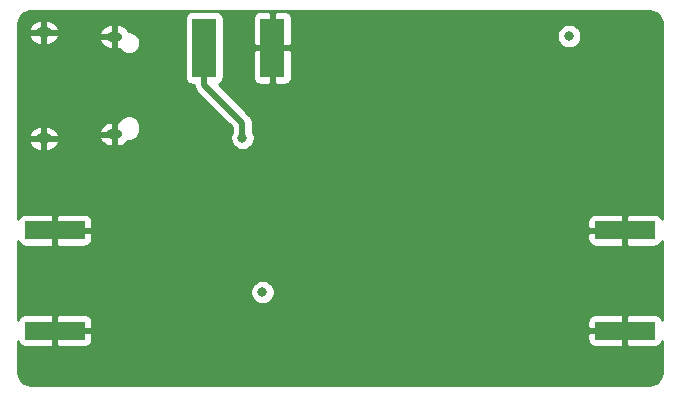
<source format=gbl>
%TF.GenerationSoftware,KiCad,Pcbnew,(5.1.7)-1*%
%TF.CreationDate,2021-09-09T12:13:45+02:00*%
%TF.ProjectId,SAW LNA Combo NOAA,53415720-4c4e-4412-9043-6f6d626f204e,rev?*%
%TF.SameCoordinates,Original*%
%TF.FileFunction,Copper,L4,Bot*%
%TF.FilePolarity,Positive*%
%FSLAX46Y46*%
G04 Gerber Fmt 4.6, Leading zero omitted, Abs format (unit mm)*
G04 Created by KiCad (PCBNEW (5.1.7)-1) date 2021-09-09 12:13:45*
%MOMM*%
%LPD*%
G01*
G04 APERTURE LIST*
%TA.AperFunction,SMDPad,CuDef*%
%ADD10R,2.000000X5.000000*%
%TD*%
%TA.AperFunction,SMDPad,CuDef*%
%ADD11R,5.080000X1.500000*%
%TD*%
%TA.AperFunction,ComponentPad*%
%ADD12O,1.400000X0.800000*%
%TD*%
%TA.AperFunction,ViaPad*%
%ADD13C,0.800000*%
%TD*%
%TA.AperFunction,ViaPad*%
%ADD14C,0.600000*%
%TD*%
%TA.AperFunction,Conductor*%
%ADD15C,0.500000*%
%TD*%
%TA.AperFunction,Conductor*%
%ADD16C,0.254000*%
%TD*%
%TA.AperFunction,Conductor*%
%ADD17C,0.100000*%
%TD*%
G04 APERTURE END LIST*
D10*
%TO.P,GND,1*%
%TO.N,GND*%
X137795000Y-82550000D03*
%TD*%
%TO.P,Vcc,1*%
%TO.N,Net-(C2-Pad2)*%
X132029200Y-82550000D03*
%TD*%
D11*
%TO.P,J1,2*%
%TO.N,GND*%
X119380000Y-97985000D03*
X119380000Y-106485000D03*
%TD*%
%TO.P,J2,2*%
%TO.N,GND*%
X167640000Y-106485000D03*
X167640000Y-97985000D03*
%TD*%
D12*
%TO.P,P1,S1*%
%TO.N,GND*%
X118445000Y-81235000D03*
X118445000Y-90215000D03*
X124395000Y-89855000D03*
X124395000Y-81595000D03*
%TD*%
D13*
%TO.N,Net-(C2-Pad2)*%
X135255000Y-90170000D03*
%TO.N,GND*%
X157454600Y-100584000D03*
X139700000Y-97282000D03*
X139700000Y-98298000D03*
X151638000Y-100965000D03*
D14*
X162351081Y-94048146D03*
X163359218Y-93114258D03*
X164314986Y-92126738D03*
X165078068Y-90986865D03*
X165568806Y-89705836D03*
X165761030Y-88347625D03*
X165765000Y-86972919D03*
X165765000Y-85598166D03*
X165703477Y-84226277D03*
X165358383Y-82898625D03*
X164728740Y-81679837D03*
X162789318Y-83508656D03*
X163148727Y-84758933D03*
X163165000Y-86066980D03*
X163165000Y-87375511D03*
X163127089Y-88682255D03*
X162703205Y-89912215D03*
X161876661Y-90919859D03*
X160939142Y-91832430D03*
D13*
X126492000Y-97282000D03*
X126492000Y-94742000D03*
X126492000Y-102362000D03*
X126492000Y-104902000D03*
X129032000Y-93218000D03*
X132207000Y-93218000D03*
X135382000Y-93218000D03*
X138557000Y-93218000D03*
X141732000Y-93218000D03*
X144907000Y-93218000D03*
X148082000Y-93218000D03*
X151257000Y-93218000D03*
X154432000Y-93218000D03*
X157607000Y-93218000D03*
X128397000Y-107061000D03*
X131572000Y-107061000D03*
X134747000Y-107061000D03*
X137922000Y-107061000D03*
X141097000Y-107061000D03*
X144272000Y-107061000D03*
X147447000Y-107061000D03*
X150622000Y-107061000D03*
X153797000Y-107061000D03*
X156972000Y-107061000D03*
X160401000Y-96901000D03*
X160401000Y-100076000D03*
X160401000Y-107061000D03*
X160401000Y-104648000D03*
X162560000Y-99060000D03*
X162560000Y-105410000D03*
X124460000Y-97155000D03*
X124460000Y-104140000D03*
X129540000Y-101244400D03*
X163830000Y-99060000D03*
X163830000Y-105410000D03*
X123190000Y-104775000D03*
X123190000Y-97790000D03*
%TO.N,+5V*%
X162925140Y-81549860D03*
X136944100Y-103225600D03*
%TD*%
D15*
%TO.N,Net-(C2-Pad2)*%
X135255000Y-90170000D02*
X135255000Y-88900000D01*
X132029200Y-85674200D02*
X132029200Y-82550000D01*
X135255000Y-88900000D02*
X132029200Y-85674200D01*
%TD*%
D16*
%TO.N,GND*%
X169786204Y-79426815D02*
X170018226Y-79496867D01*
X170232222Y-79610650D01*
X170420041Y-79763832D01*
X170574530Y-79950577D01*
X170689801Y-80163769D01*
X170761472Y-80395300D01*
X170790001Y-80666734D01*
X170790000Y-90772581D01*
X170790000Y-97058393D01*
X170769502Y-96990820D01*
X170710537Y-96880506D01*
X170631185Y-96783815D01*
X170534494Y-96704463D01*
X170424180Y-96645498D01*
X170304482Y-96609188D01*
X170180000Y-96596928D01*
X167925750Y-96600000D01*
X167767000Y-96758750D01*
X167767000Y-97858000D01*
X167787000Y-97858000D01*
X167787000Y-98112000D01*
X167767000Y-98112000D01*
X167767000Y-99211250D01*
X167925750Y-99370000D01*
X170180000Y-99373072D01*
X170304482Y-99360812D01*
X170424180Y-99324502D01*
X170534494Y-99265537D01*
X170631185Y-99186185D01*
X170710537Y-99089494D01*
X170769502Y-98979180D01*
X170790000Y-98911607D01*
X170790001Y-105558395D01*
X170769502Y-105490820D01*
X170710537Y-105380506D01*
X170631185Y-105283815D01*
X170534494Y-105204463D01*
X170424180Y-105145498D01*
X170304482Y-105109188D01*
X170180000Y-105096928D01*
X167925750Y-105100000D01*
X167767000Y-105258750D01*
X167767000Y-106358000D01*
X167787000Y-106358000D01*
X167787000Y-106612000D01*
X167767000Y-106612000D01*
X167767000Y-107711250D01*
X167925750Y-107870000D01*
X170180000Y-107873072D01*
X170304482Y-107860812D01*
X170424180Y-107824502D01*
X170534494Y-107765537D01*
X170631185Y-107686185D01*
X170710537Y-107589494D01*
X170769502Y-107479180D01*
X170790001Y-107411604D01*
X170790001Y-109822712D01*
X170763185Y-110096205D01*
X170693133Y-110328226D01*
X170579350Y-110542222D01*
X170426169Y-110730039D01*
X170239424Y-110884529D01*
X170026231Y-110999802D01*
X169794701Y-111071472D01*
X169523276Y-111100000D01*
X117507277Y-111100000D01*
X117233795Y-111073185D01*
X117001774Y-111003133D01*
X116787778Y-110889350D01*
X116599961Y-110736169D01*
X116445471Y-110549424D01*
X116330198Y-110336231D01*
X116258528Y-110104701D01*
X116230000Y-109833276D01*
X116230000Y-107411607D01*
X116250498Y-107479180D01*
X116309463Y-107589494D01*
X116388815Y-107686185D01*
X116485506Y-107765537D01*
X116595820Y-107824502D01*
X116715518Y-107860812D01*
X116840000Y-107873072D01*
X119094250Y-107870000D01*
X119253000Y-107711250D01*
X119253000Y-106612000D01*
X119507000Y-106612000D01*
X119507000Y-107711250D01*
X119665750Y-107870000D01*
X121920000Y-107873072D01*
X122044482Y-107860812D01*
X122164180Y-107824502D01*
X122274494Y-107765537D01*
X122371185Y-107686185D01*
X122450537Y-107589494D01*
X122509502Y-107479180D01*
X122545812Y-107359482D01*
X122558072Y-107235000D01*
X164461928Y-107235000D01*
X164474188Y-107359482D01*
X164510498Y-107479180D01*
X164569463Y-107589494D01*
X164648815Y-107686185D01*
X164745506Y-107765537D01*
X164855820Y-107824502D01*
X164975518Y-107860812D01*
X165100000Y-107873072D01*
X167354250Y-107870000D01*
X167513000Y-107711250D01*
X167513000Y-106612000D01*
X164623750Y-106612000D01*
X164465000Y-106770750D01*
X164461928Y-107235000D01*
X122558072Y-107235000D01*
X122555000Y-106770750D01*
X122396250Y-106612000D01*
X119507000Y-106612000D01*
X119253000Y-106612000D01*
X119233000Y-106612000D01*
X119233000Y-106358000D01*
X119253000Y-106358000D01*
X119253000Y-105258750D01*
X119507000Y-105258750D01*
X119507000Y-106358000D01*
X122396250Y-106358000D01*
X122555000Y-106199250D01*
X122558072Y-105735000D01*
X164461928Y-105735000D01*
X164465000Y-106199250D01*
X164623750Y-106358000D01*
X167513000Y-106358000D01*
X167513000Y-105258750D01*
X167354250Y-105100000D01*
X165100000Y-105096928D01*
X164975518Y-105109188D01*
X164855820Y-105145498D01*
X164745506Y-105204463D01*
X164648815Y-105283815D01*
X164569463Y-105380506D01*
X164510498Y-105490820D01*
X164474188Y-105610518D01*
X164461928Y-105735000D01*
X122558072Y-105735000D01*
X122545812Y-105610518D01*
X122509502Y-105490820D01*
X122450537Y-105380506D01*
X122371185Y-105283815D01*
X122274494Y-105204463D01*
X122164180Y-105145498D01*
X122044482Y-105109188D01*
X121920000Y-105096928D01*
X119665750Y-105100000D01*
X119507000Y-105258750D01*
X119253000Y-105258750D01*
X119094250Y-105100000D01*
X116840000Y-105096928D01*
X116715518Y-105109188D01*
X116595820Y-105145498D01*
X116485506Y-105204463D01*
X116388815Y-105283815D01*
X116309463Y-105380506D01*
X116250498Y-105490820D01*
X116230000Y-105558393D01*
X116230000Y-103123661D01*
X135909100Y-103123661D01*
X135909100Y-103327539D01*
X135948874Y-103527498D01*
X136026895Y-103715856D01*
X136140163Y-103885374D01*
X136284326Y-104029537D01*
X136453844Y-104142805D01*
X136642202Y-104220826D01*
X136842161Y-104260600D01*
X137046039Y-104260600D01*
X137245998Y-104220826D01*
X137434356Y-104142805D01*
X137603874Y-104029537D01*
X137748037Y-103885374D01*
X137861305Y-103715856D01*
X137939326Y-103527498D01*
X137979100Y-103327539D01*
X137979100Y-103123661D01*
X137939326Y-102923702D01*
X137861305Y-102735344D01*
X137748037Y-102565826D01*
X137603874Y-102421663D01*
X137434356Y-102308395D01*
X137245998Y-102230374D01*
X137046039Y-102190600D01*
X136842161Y-102190600D01*
X136642202Y-102230374D01*
X136453844Y-102308395D01*
X136284326Y-102421663D01*
X136140163Y-102565826D01*
X136026895Y-102735344D01*
X135948874Y-102923702D01*
X135909100Y-103123661D01*
X116230000Y-103123661D01*
X116230000Y-98911607D01*
X116250498Y-98979180D01*
X116309463Y-99089494D01*
X116388815Y-99186185D01*
X116485506Y-99265537D01*
X116595820Y-99324502D01*
X116715518Y-99360812D01*
X116840000Y-99373072D01*
X119094250Y-99370000D01*
X119253000Y-99211250D01*
X119253000Y-98112000D01*
X119507000Y-98112000D01*
X119507000Y-99211250D01*
X119665750Y-99370000D01*
X121920000Y-99373072D01*
X122044482Y-99360812D01*
X122164180Y-99324502D01*
X122274494Y-99265537D01*
X122371185Y-99186185D01*
X122450537Y-99089494D01*
X122509502Y-98979180D01*
X122545812Y-98859482D01*
X122558072Y-98735000D01*
X164461928Y-98735000D01*
X164474188Y-98859482D01*
X164510498Y-98979180D01*
X164569463Y-99089494D01*
X164648815Y-99186185D01*
X164745506Y-99265537D01*
X164855820Y-99324502D01*
X164975518Y-99360812D01*
X165100000Y-99373072D01*
X167354250Y-99370000D01*
X167513000Y-99211250D01*
X167513000Y-98112000D01*
X164623750Y-98112000D01*
X164465000Y-98270750D01*
X164461928Y-98735000D01*
X122558072Y-98735000D01*
X122555000Y-98270750D01*
X122396250Y-98112000D01*
X119507000Y-98112000D01*
X119253000Y-98112000D01*
X119233000Y-98112000D01*
X119233000Y-97858000D01*
X119253000Y-97858000D01*
X119253000Y-96758750D01*
X119507000Y-96758750D01*
X119507000Y-97858000D01*
X122396250Y-97858000D01*
X122555000Y-97699250D01*
X122558072Y-97235000D01*
X164461928Y-97235000D01*
X164465000Y-97699250D01*
X164623750Y-97858000D01*
X167513000Y-97858000D01*
X167513000Y-96758750D01*
X167354250Y-96600000D01*
X165100000Y-96596928D01*
X164975518Y-96609188D01*
X164855820Y-96645498D01*
X164745506Y-96704463D01*
X164648815Y-96783815D01*
X164569463Y-96880506D01*
X164510498Y-96990820D01*
X164474188Y-97110518D01*
X164461928Y-97235000D01*
X122558072Y-97235000D01*
X122545812Y-97110518D01*
X122509502Y-96990820D01*
X122450537Y-96880506D01*
X122371185Y-96783815D01*
X122274494Y-96704463D01*
X122164180Y-96645498D01*
X122044482Y-96609188D01*
X121920000Y-96596928D01*
X119665750Y-96600000D01*
X119507000Y-96758750D01*
X119253000Y-96758750D01*
X119094250Y-96600000D01*
X116840000Y-96596928D01*
X116715518Y-96609188D01*
X116595820Y-96645498D01*
X116485506Y-96704463D01*
X116388815Y-96783815D01*
X116309463Y-96880506D01*
X116250498Y-96990820D01*
X116230000Y-97058393D01*
X116230000Y-90501123D01*
X117150334Y-90501123D01*
X117213872Y-90684418D01*
X117323342Y-90857052D01*
X117464388Y-91005013D01*
X117631590Y-91122614D01*
X117818522Y-91205336D01*
X118018000Y-91250000D01*
X118318000Y-91250000D01*
X118318000Y-90342000D01*
X118572000Y-90342000D01*
X118572000Y-91250000D01*
X118872000Y-91250000D01*
X119071478Y-91205336D01*
X119258410Y-91122614D01*
X119425612Y-91005013D01*
X119566658Y-90857052D01*
X119676128Y-90684418D01*
X119739666Y-90501123D01*
X119611998Y-90342000D01*
X118572000Y-90342000D01*
X118318000Y-90342000D01*
X117278002Y-90342000D01*
X117150334Y-90501123D01*
X116230000Y-90501123D01*
X116230000Y-90141123D01*
X123100334Y-90141123D01*
X123163872Y-90324418D01*
X123273342Y-90497052D01*
X123414388Y-90645013D01*
X123581590Y-90762614D01*
X123768522Y-90845336D01*
X123968000Y-90890000D01*
X124268000Y-90890000D01*
X124268000Y-89982000D01*
X123228002Y-89982000D01*
X123100334Y-90141123D01*
X116230000Y-90141123D01*
X116230000Y-89928877D01*
X117150334Y-89928877D01*
X117278002Y-90088000D01*
X118318000Y-90088000D01*
X118318000Y-89180000D01*
X118572000Y-89180000D01*
X118572000Y-90088000D01*
X119611998Y-90088000D01*
X119739666Y-89928877D01*
X119676128Y-89745582D01*
X119566658Y-89572948D01*
X119562778Y-89568877D01*
X123100334Y-89568877D01*
X123228002Y-89728000D01*
X124268000Y-89728000D01*
X124268000Y-88820000D01*
X124522000Y-88820000D01*
X124522000Y-89728000D01*
X124542000Y-89728000D01*
X124542000Y-89982000D01*
X124522000Y-89982000D01*
X124522000Y-90890000D01*
X124822000Y-90890000D01*
X125021478Y-90845336D01*
X125208410Y-90762614D01*
X125375612Y-90645013D01*
X125516658Y-90497052D01*
X125558465Y-90431122D01*
X125645000Y-90439645D01*
X125833192Y-90421110D01*
X126014153Y-90366216D01*
X126180928Y-90277073D01*
X126327107Y-90157107D01*
X126447073Y-90010928D01*
X126536216Y-89844154D01*
X126591110Y-89663193D01*
X126605000Y-89522162D01*
X126605000Y-89127839D01*
X126591110Y-88986808D01*
X126536216Y-88805846D01*
X126447073Y-88639072D01*
X126327107Y-88492893D01*
X126180928Y-88372927D01*
X126014154Y-88283784D01*
X125833193Y-88228890D01*
X125645000Y-88210355D01*
X125456808Y-88228890D01*
X125275847Y-88283784D01*
X125109073Y-88372927D01*
X124962894Y-88492893D01*
X124842927Y-88639072D01*
X124753784Y-88805846D01*
X124749490Y-88820000D01*
X124522000Y-88820000D01*
X124268000Y-88820000D01*
X123968000Y-88820000D01*
X123768522Y-88864664D01*
X123581590Y-88947386D01*
X123414388Y-89064987D01*
X123273342Y-89212948D01*
X123163872Y-89385582D01*
X123100334Y-89568877D01*
X119562778Y-89568877D01*
X119425612Y-89424987D01*
X119258410Y-89307386D01*
X119071478Y-89224664D01*
X118872000Y-89180000D01*
X118572000Y-89180000D01*
X118318000Y-89180000D01*
X118018000Y-89180000D01*
X117818522Y-89224664D01*
X117631590Y-89307386D01*
X117464388Y-89424987D01*
X117323342Y-89572948D01*
X117213872Y-89745582D01*
X117150334Y-89928877D01*
X116230000Y-89928877D01*
X116230000Y-81521123D01*
X117150334Y-81521123D01*
X117213872Y-81704418D01*
X117323342Y-81877052D01*
X117464388Y-82025013D01*
X117631590Y-82142614D01*
X117818522Y-82225336D01*
X118018000Y-82270000D01*
X118318000Y-82270000D01*
X118318000Y-81362000D01*
X118572000Y-81362000D01*
X118572000Y-82270000D01*
X118872000Y-82270000D01*
X119071478Y-82225336D01*
X119258410Y-82142614D01*
X119425612Y-82025013D01*
X119562777Y-81881123D01*
X123100334Y-81881123D01*
X123163872Y-82064418D01*
X123273342Y-82237052D01*
X123414388Y-82385013D01*
X123581590Y-82502614D01*
X123768522Y-82585336D01*
X123968000Y-82630000D01*
X124268000Y-82630000D01*
X124268000Y-81722000D01*
X123228002Y-81722000D01*
X123100334Y-81881123D01*
X119562777Y-81881123D01*
X119566658Y-81877052D01*
X119676128Y-81704418D01*
X119739666Y-81521123D01*
X119611998Y-81362000D01*
X118572000Y-81362000D01*
X118318000Y-81362000D01*
X117278002Y-81362000D01*
X117150334Y-81521123D01*
X116230000Y-81521123D01*
X116230000Y-81308877D01*
X123100334Y-81308877D01*
X123228002Y-81468000D01*
X124268000Y-81468000D01*
X124268000Y-80560000D01*
X124522000Y-80560000D01*
X124522000Y-81468000D01*
X124542000Y-81468000D01*
X124542000Y-81722000D01*
X124522000Y-81722000D01*
X124522000Y-82630000D01*
X124822000Y-82630000D01*
X124827087Y-82628861D01*
X124899319Y-82736964D01*
X125033036Y-82870681D01*
X125190269Y-82975741D01*
X125364978Y-83048108D01*
X125550448Y-83085000D01*
X125739552Y-83085000D01*
X125925022Y-83048108D01*
X126099731Y-82975741D01*
X126256964Y-82870681D01*
X126390681Y-82736964D01*
X126495741Y-82579731D01*
X126568108Y-82405022D01*
X126605000Y-82219552D01*
X126605000Y-82030448D01*
X126568108Y-81844978D01*
X126495741Y-81670269D01*
X126390681Y-81513036D01*
X126256964Y-81379319D01*
X126099731Y-81274259D01*
X125925022Y-81201892D01*
X125739552Y-81165000D01*
X125639792Y-81165000D01*
X125626128Y-81125582D01*
X125516658Y-80952948D01*
X125375612Y-80804987D01*
X125208410Y-80687386D01*
X125021478Y-80604664D01*
X124822000Y-80560000D01*
X124522000Y-80560000D01*
X124268000Y-80560000D01*
X123968000Y-80560000D01*
X123768522Y-80604664D01*
X123581590Y-80687386D01*
X123414388Y-80804987D01*
X123273342Y-80952948D01*
X123163872Y-81125582D01*
X123100334Y-81308877D01*
X116230000Y-81308877D01*
X116230000Y-80948877D01*
X117150334Y-80948877D01*
X117278002Y-81108000D01*
X118318000Y-81108000D01*
X118318000Y-80200000D01*
X118572000Y-80200000D01*
X118572000Y-81108000D01*
X119611998Y-81108000D01*
X119739666Y-80948877D01*
X119676128Y-80765582D01*
X119566658Y-80592948D01*
X119425612Y-80444987D01*
X119258410Y-80327386D01*
X119071478Y-80244664D01*
X118872000Y-80200000D01*
X118572000Y-80200000D01*
X118318000Y-80200000D01*
X118018000Y-80200000D01*
X117818522Y-80244664D01*
X117631590Y-80327386D01*
X117464388Y-80444987D01*
X117323342Y-80592948D01*
X117213872Y-80765582D01*
X117150334Y-80948877D01*
X116230000Y-80948877D01*
X116230000Y-80677277D01*
X116256815Y-80403796D01*
X116326867Y-80171774D01*
X116391614Y-80050000D01*
X130391128Y-80050000D01*
X130391128Y-85050000D01*
X130403388Y-85174482D01*
X130439698Y-85294180D01*
X130498663Y-85404494D01*
X130578015Y-85501185D01*
X130674706Y-85580537D01*
X130785020Y-85639502D01*
X130904718Y-85675812D01*
X131029200Y-85688072D01*
X131141285Y-85688072D01*
X131144200Y-85717669D01*
X131144200Y-85717676D01*
X131157005Y-85847689D01*
X131207611Y-86014512D01*
X131289789Y-86168258D01*
X131400383Y-86303017D01*
X131434156Y-86330734D01*
X134370001Y-89266580D01*
X134370000Y-89631545D01*
X134337795Y-89679744D01*
X134259774Y-89868102D01*
X134220000Y-90068061D01*
X134220000Y-90271939D01*
X134259774Y-90471898D01*
X134337795Y-90660256D01*
X134451063Y-90829774D01*
X134595226Y-90973937D01*
X134764744Y-91087205D01*
X134953102Y-91165226D01*
X135153061Y-91205000D01*
X135356939Y-91205000D01*
X135556898Y-91165226D01*
X135745256Y-91087205D01*
X135914774Y-90973937D01*
X136058937Y-90829774D01*
X136172205Y-90660256D01*
X136250226Y-90471898D01*
X136290000Y-90271939D01*
X136290000Y-90068061D01*
X136250226Y-89868102D01*
X136172205Y-89679744D01*
X136140000Y-89631546D01*
X136140000Y-88943465D01*
X136144281Y-88899999D01*
X136140000Y-88856533D01*
X136140000Y-88856523D01*
X136127195Y-88726510D01*
X136076589Y-88559687D01*
X135994411Y-88405941D01*
X135883817Y-88271183D01*
X135850049Y-88243470D01*
X133252434Y-85645856D01*
X133273380Y-85639502D01*
X133383694Y-85580537D01*
X133480385Y-85501185D01*
X133559737Y-85404494D01*
X133618702Y-85294180D01*
X133655012Y-85174482D01*
X133667272Y-85050000D01*
X136156928Y-85050000D01*
X136169188Y-85174482D01*
X136205498Y-85294180D01*
X136264463Y-85404494D01*
X136343815Y-85501185D01*
X136440506Y-85580537D01*
X136550820Y-85639502D01*
X136670518Y-85675812D01*
X136795000Y-85688072D01*
X137509250Y-85685000D01*
X137668000Y-85526250D01*
X137668000Y-82677000D01*
X137922000Y-82677000D01*
X137922000Y-85526250D01*
X138080750Y-85685000D01*
X138795000Y-85688072D01*
X138919482Y-85675812D01*
X139039180Y-85639502D01*
X139149494Y-85580537D01*
X139246185Y-85501185D01*
X139325537Y-85404494D01*
X139384502Y-85294180D01*
X139420812Y-85174482D01*
X139433072Y-85050000D01*
X139430000Y-82835750D01*
X139271250Y-82677000D01*
X137922000Y-82677000D01*
X137668000Y-82677000D01*
X136318750Y-82677000D01*
X136160000Y-82835750D01*
X136156928Y-85050000D01*
X133667272Y-85050000D01*
X133667272Y-80050000D01*
X136156928Y-80050000D01*
X136160000Y-82264250D01*
X136318750Y-82423000D01*
X137668000Y-82423000D01*
X137668000Y-79573750D01*
X137922000Y-79573750D01*
X137922000Y-82423000D01*
X139271250Y-82423000D01*
X139430000Y-82264250D01*
X139431132Y-81447921D01*
X161890140Y-81447921D01*
X161890140Y-81651799D01*
X161929914Y-81851758D01*
X162007935Y-82040116D01*
X162121203Y-82209634D01*
X162265366Y-82353797D01*
X162434884Y-82467065D01*
X162623242Y-82545086D01*
X162823201Y-82584860D01*
X163027079Y-82584860D01*
X163227038Y-82545086D01*
X163415396Y-82467065D01*
X163584914Y-82353797D01*
X163729077Y-82209634D01*
X163842345Y-82040116D01*
X163920366Y-81851758D01*
X163960140Y-81651799D01*
X163960140Y-81447921D01*
X163920366Y-81247962D01*
X163842345Y-81059604D01*
X163729077Y-80890086D01*
X163584914Y-80745923D01*
X163415396Y-80632655D01*
X163227038Y-80554634D01*
X163027079Y-80514860D01*
X162823201Y-80514860D01*
X162623242Y-80554634D01*
X162434884Y-80632655D01*
X162265366Y-80745923D01*
X162121203Y-80890086D01*
X162007935Y-81059604D01*
X161929914Y-81247962D01*
X161890140Y-81447921D01*
X139431132Y-81447921D01*
X139433072Y-80050000D01*
X139420812Y-79925518D01*
X139384502Y-79805820D01*
X139325537Y-79695506D01*
X139246185Y-79598815D01*
X139149494Y-79519463D01*
X139039180Y-79460498D01*
X138919482Y-79424188D01*
X138795000Y-79411928D01*
X138080750Y-79415000D01*
X137922000Y-79573750D01*
X137668000Y-79573750D01*
X137509250Y-79415000D01*
X136795000Y-79411928D01*
X136670518Y-79424188D01*
X136550820Y-79460498D01*
X136440506Y-79519463D01*
X136343815Y-79598815D01*
X136264463Y-79695506D01*
X136205498Y-79805820D01*
X136169188Y-79925518D01*
X136156928Y-80050000D01*
X133667272Y-80050000D01*
X133655012Y-79925518D01*
X133618702Y-79805820D01*
X133559737Y-79695506D01*
X133480385Y-79598815D01*
X133383694Y-79519463D01*
X133273380Y-79460498D01*
X133153682Y-79424188D01*
X133029200Y-79411928D01*
X131029200Y-79411928D01*
X130904718Y-79424188D01*
X130785020Y-79460498D01*
X130674706Y-79519463D01*
X130578015Y-79598815D01*
X130498663Y-79695506D01*
X130439698Y-79805820D01*
X130403388Y-79925518D01*
X130391128Y-80050000D01*
X116391614Y-80050000D01*
X116440650Y-79957778D01*
X116593832Y-79769959D01*
X116780577Y-79615470D01*
X116993769Y-79500199D01*
X117225300Y-79428528D01*
X117496725Y-79400000D01*
X169512723Y-79400000D01*
X169786204Y-79426815D01*
%TA.AperFunction,Conductor*%
D17*
G36*
X169786204Y-79426815D02*
G01*
X170018226Y-79496867D01*
X170232222Y-79610650D01*
X170420041Y-79763832D01*
X170574530Y-79950577D01*
X170689801Y-80163769D01*
X170761472Y-80395300D01*
X170790001Y-80666734D01*
X170790000Y-90772581D01*
X170790000Y-97058393D01*
X170769502Y-96990820D01*
X170710537Y-96880506D01*
X170631185Y-96783815D01*
X170534494Y-96704463D01*
X170424180Y-96645498D01*
X170304482Y-96609188D01*
X170180000Y-96596928D01*
X167925750Y-96600000D01*
X167767000Y-96758750D01*
X167767000Y-97858000D01*
X167787000Y-97858000D01*
X167787000Y-98112000D01*
X167767000Y-98112000D01*
X167767000Y-99211250D01*
X167925750Y-99370000D01*
X170180000Y-99373072D01*
X170304482Y-99360812D01*
X170424180Y-99324502D01*
X170534494Y-99265537D01*
X170631185Y-99186185D01*
X170710537Y-99089494D01*
X170769502Y-98979180D01*
X170790000Y-98911607D01*
X170790001Y-105558395D01*
X170769502Y-105490820D01*
X170710537Y-105380506D01*
X170631185Y-105283815D01*
X170534494Y-105204463D01*
X170424180Y-105145498D01*
X170304482Y-105109188D01*
X170180000Y-105096928D01*
X167925750Y-105100000D01*
X167767000Y-105258750D01*
X167767000Y-106358000D01*
X167787000Y-106358000D01*
X167787000Y-106612000D01*
X167767000Y-106612000D01*
X167767000Y-107711250D01*
X167925750Y-107870000D01*
X170180000Y-107873072D01*
X170304482Y-107860812D01*
X170424180Y-107824502D01*
X170534494Y-107765537D01*
X170631185Y-107686185D01*
X170710537Y-107589494D01*
X170769502Y-107479180D01*
X170790001Y-107411604D01*
X170790001Y-109822712D01*
X170763185Y-110096205D01*
X170693133Y-110328226D01*
X170579350Y-110542222D01*
X170426169Y-110730039D01*
X170239424Y-110884529D01*
X170026231Y-110999802D01*
X169794701Y-111071472D01*
X169523276Y-111100000D01*
X117507277Y-111100000D01*
X117233795Y-111073185D01*
X117001774Y-111003133D01*
X116787778Y-110889350D01*
X116599961Y-110736169D01*
X116445471Y-110549424D01*
X116330198Y-110336231D01*
X116258528Y-110104701D01*
X116230000Y-109833276D01*
X116230000Y-107411607D01*
X116250498Y-107479180D01*
X116309463Y-107589494D01*
X116388815Y-107686185D01*
X116485506Y-107765537D01*
X116595820Y-107824502D01*
X116715518Y-107860812D01*
X116840000Y-107873072D01*
X119094250Y-107870000D01*
X119253000Y-107711250D01*
X119253000Y-106612000D01*
X119507000Y-106612000D01*
X119507000Y-107711250D01*
X119665750Y-107870000D01*
X121920000Y-107873072D01*
X122044482Y-107860812D01*
X122164180Y-107824502D01*
X122274494Y-107765537D01*
X122371185Y-107686185D01*
X122450537Y-107589494D01*
X122509502Y-107479180D01*
X122545812Y-107359482D01*
X122558072Y-107235000D01*
X164461928Y-107235000D01*
X164474188Y-107359482D01*
X164510498Y-107479180D01*
X164569463Y-107589494D01*
X164648815Y-107686185D01*
X164745506Y-107765537D01*
X164855820Y-107824502D01*
X164975518Y-107860812D01*
X165100000Y-107873072D01*
X167354250Y-107870000D01*
X167513000Y-107711250D01*
X167513000Y-106612000D01*
X164623750Y-106612000D01*
X164465000Y-106770750D01*
X164461928Y-107235000D01*
X122558072Y-107235000D01*
X122555000Y-106770750D01*
X122396250Y-106612000D01*
X119507000Y-106612000D01*
X119253000Y-106612000D01*
X119233000Y-106612000D01*
X119233000Y-106358000D01*
X119253000Y-106358000D01*
X119253000Y-105258750D01*
X119507000Y-105258750D01*
X119507000Y-106358000D01*
X122396250Y-106358000D01*
X122555000Y-106199250D01*
X122558072Y-105735000D01*
X164461928Y-105735000D01*
X164465000Y-106199250D01*
X164623750Y-106358000D01*
X167513000Y-106358000D01*
X167513000Y-105258750D01*
X167354250Y-105100000D01*
X165100000Y-105096928D01*
X164975518Y-105109188D01*
X164855820Y-105145498D01*
X164745506Y-105204463D01*
X164648815Y-105283815D01*
X164569463Y-105380506D01*
X164510498Y-105490820D01*
X164474188Y-105610518D01*
X164461928Y-105735000D01*
X122558072Y-105735000D01*
X122545812Y-105610518D01*
X122509502Y-105490820D01*
X122450537Y-105380506D01*
X122371185Y-105283815D01*
X122274494Y-105204463D01*
X122164180Y-105145498D01*
X122044482Y-105109188D01*
X121920000Y-105096928D01*
X119665750Y-105100000D01*
X119507000Y-105258750D01*
X119253000Y-105258750D01*
X119094250Y-105100000D01*
X116840000Y-105096928D01*
X116715518Y-105109188D01*
X116595820Y-105145498D01*
X116485506Y-105204463D01*
X116388815Y-105283815D01*
X116309463Y-105380506D01*
X116250498Y-105490820D01*
X116230000Y-105558393D01*
X116230000Y-103123661D01*
X135909100Y-103123661D01*
X135909100Y-103327539D01*
X135948874Y-103527498D01*
X136026895Y-103715856D01*
X136140163Y-103885374D01*
X136284326Y-104029537D01*
X136453844Y-104142805D01*
X136642202Y-104220826D01*
X136842161Y-104260600D01*
X137046039Y-104260600D01*
X137245998Y-104220826D01*
X137434356Y-104142805D01*
X137603874Y-104029537D01*
X137748037Y-103885374D01*
X137861305Y-103715856D01*
X137939326Y-103527498D01*
X137979100Y-103327539D01*
X137979100Y-103123661D01*
X137939326Y-102923702D01*
X137861305Y-102735344D01*
X137748037Y-102565826D01*
X137603874Y-102421663D01*
X137434356Y-102308395D01*
X137245998Y-102230374D01*
X137046039Y-102190600D01*
X136842161Y-102190600D01*
X136642202Y-102230374D01*
X136453844Y-102308395D01*
X136284326Y-102421663D01*
X136140163Y-102565826D01*
X136026895Y-102735344D01*
X135948874Y-102923702D01*
X135909100Y-103123661D01*
X116230000Y-103123661D01*
X116230000Y-98911607D01*
X116250498Y-98979180D01*
X116309463Y-99089494D01*
X116388815Y-99186185D01*
X116485506Y-99265537D01*
X116595820Y-99324502D01*
X116715518Y-99360812D01*
X116840000Y-99373072D01*
X119094250Y-99370000D01*
X119253000Y-99211250D01*
X119253000Y-98112000D01*
X119507000Y-98112000D01*
X119507000Y-99211250D01*
X119665750Y-99370000D01*
X121920000Y-99373072D01*
X122044482Y-99360812D01*
X122164180Y-99324502D01*
X122274494Y-99265537D01*
X122371185Y-99186185D01*
X122450537Y-99089494D01*
X122509502Y-98979180D01*
X122545812Y-98859482D01*
X122558072Y-98735000D01*
X164461928Y-98735000D01*
X164474188Y-98859482D01*
X164510498Y-98979180D01*
X164569463Y-99089494D01*
X164648815Y-99186185D01*
X164745506Y-99265537D01*
X164855820Y-99324502D01*
X164975518Y-99360812D01*
X165100000Y-99373072D01*
X167354250Y-99370000D01*
X167513000Y-99211250D01*
X167513000Y-98112000D01*
X164623750Y-98112000D01*
X164465000Y-98270750D01*
X164461928Y-98735000D01*
X122558072Y-98735000D01*
X122555000Y-98270750D01*
X122396250Y-98112000D01*
X119507000Y-98112000D01*
X119253000Y-98112000D01*
X119233000Y-98112000D01*
X119233000Y-97858000D01*
X119253000Y-97858000D01*
X119253000Y-96758750D01*
X119507000Y-96758750D01*
X119507000Y-97858000D01*
X122396250Y-97858000D01*
X122555000Y-97699250D01*
X122558072Y-97235000D01*
X164461928Y-97235000D01*
X164465000Y-97699250D01*
X164623750Y-97858000D01*
X167513000Y-97858000D01*
X167513000Y-96758750D01*
X167354250Y-96600000D01*
X165100000Y-96596928D01*
X164975518Y-96609188D01*
X164855820Y-96645498D01*
X164745506Y-96704463D01*
X164648815Y-96783815D01*
X164569463Y-96880506D01*
X164510498Y-96990820D01*
X164474188Y-97110518D01*
X164461928Y-97235000D01*
X122558072Y-97235000D01*
X122545812Y-97110518D01*
X122509502Y-96990820D01*
X122450537Y-96880506D01*
X122371185Y-96783815D01*
X122274494Y-96704463D01*
X122164180Y-96645498D01*
X122044482Y-96609188D01*
X121920000Y-96596928D01*
X119665750Y-96600000D01*
X119507000Y-96758750D01*
X119253000Y-96758750D01*
X119094250Y-96600000D01*
X116840000Y-96596928D01*
X116715518Y-96609188D01*
X116595820Y-96645498D01*
X116485506Y-96704463D01*
X116388815Y-96783815D01*
X116309463Y-96880506D01*
X116250498Y-96990820D01*
X116230000Y-97058393D01*
X116230000Y-90501123D01*
X117150334Y-90501123D01*
X117213872Y-90684418D01*
X117323342Y-90857052D01*
X117464388Y-91005013D01*
X117631590Y-91122614D01*
X117818522Y-91205336D01*
X118018000Y-91250000D01*
X118318000Y-91250000D01*
X118318000Y-90342000D01*
X118572000Y-90342000D01*
X118572000Y-91250000D01*
X118872000Y-91250000D01*
X119071478Y-91205336D01*
X119258410Y-91122614D01*
X119425612Y-91005013D01*
X119566658Y-90857052D01*
X119676128Y-90684418D01*
X119739666Y-90501123D01*
X119611998Y-90342000D01*
X118572000Y-90342000D01*
X118318000Y-90342000D01*
X117278002Y-90342000D01*
X117150334Y-90501123D01*
X116230000Y-90501123D01*
X116230000Y-90141123D01*
X123100334Y-90141123D01*
X123163872Y-90324418D01*
X123273342Y-90497052D01*
X123414388Y-90645013D01*
X123581590Y-90762614D01*
X123768522Y-90845336D01*
X123968000Y-90890000D01*
X124268000Y-90890000D01*
X124268000Y-89982000D01*
X123228002Y-89982000D01*
X123100334Y-90141123D01*
X116230000Y-90141123D01*
X116230000Y-89928877D01*
X117150334Y-89928877D01*
X117278002Y-90088000D01*
X118318000Y-90088000D01*
X118318000Y-89180000D01*
X118572000Y-89180000D01*
X118572000Y-90088000D01*
X119611998Y-90088000D01*
X119739666Y-89928877D01*
X119676128Y-89745582D01*
X119566658Y-89572948D01*
X119562778Y-89568877D01*
X123100334Y-89568877D01*
X123228002Y-89728000D01*
X124268000Y-89728000D01*
X124268000Y-88820000D01*
X124522000Y-88820000D01*
X124522000Y-89728000D01*
X124542000Y-89728000D01*
X124542000Y-89982000D01*
X124522000Y-89982000D01*
X124522000Y-90890000D01*
X124822000Y-90890000D01*
X125021478Y-90845336D01*
X125208410Y-90762614D01*
X125375612Y-90645013D01*
X125516658Y-90497052D01*
X125558465Y-90431122D01*
X125645000Y-90439645D01*
X125833192Y-90421110D01*
X126014153Y-90366216D01*
X126180928Y-90277073D01*
X126327107Y-90157107D01*
X126447073Y-90010928D01*
X126536216Y-89844154D01*
X126591110Y-89663193D01*
X126605000Y-89522162D01*
X126605000Y-89127839D01*
X126591110Y-88986808D01*
X126536216Y-88805846D01*
X126447073Y-88639072D01*
X126327107Y-88492893D01*
X126180928Y-88372927D01*
X126014154Y-88283784D01*
X125833193Y-88228890D01*
X125645000Y-88210355D01*
X125456808Y-88228890D01*
X125275847Y-88283784D01*
X125109073Y-88372927D01*
X124962894Y-88492893D01*
X124842927Y-88639072D01*
X124753784Y-88805846D01*
X124749490Y-88820000D01*
X124522000Y-88820000D01*
X124268000Y-88820000D01*
X123968000Y-88820000D01*
X123768522Y-88864664D01*
X123581590Y-88947386D01*
X123414388Y-89064987D01*
X123273342Y-89212948D01*
X123163872Y-89385582D01*
X123100334Y-89568877D01*
X119562778Y-89568877D01*
X119425612Y-89424987D01*
X119258410Y-89307386D01*
X119071478Y-89224664D01*
X118872000Y-89180000D01*
X118572000Y-89180000D01*
X118318000Y-89180000D01*
X118018000Y-89180000D01*
X117818522Y-89224664D01*
X117631590Y-89307386D01*
X117464388Y-89424987D01*
X117323342Y-89572948D01*
X117213872Y-89745582D01*
X117150334Y-89928877D01*
X116230000Y-89928877D01*
X116230000Y-81521123D01*
X117150334Y-81521123D01*
X117213872Y-81704418D01*
X117323342Y-81877052D01*
X117464388Y-82025013D01*
X117631590Y-82142614D01*
X117818522Y-82225336D01*
X118018000Y-82270000D01*
X118318000Y-82270000D01*
X118318000Y-81362000D01*
X118572000Y-81362000D01*
X118572000Y-82270000D01*
X118872000Y-82270000D01*
X119071478Y-82225336D01*
X119258410Y-82142614D01*
X119425612Y-82025013D01*
X119562777Y-81881123D01*
X123100334Y-81881123D01*
X123163872Y-82064418D01*
X123273342Y-82237052D01*
X123414388Y-82385013D01*
X123581590Y-82502614D01*
X123768522Y-82585336D01*
X123968000Y-82630000D01*
X124268000Y-82630000D01*
X124268000Y-81722000D01*
X123228002Y-81722000D01*
X123100334Y-81881123D01*
X119562777Y-81881123D01*
X119566658Y-81877052D01*
X119676128Y-81704418D01*
X119739666Y-81521123D01*
X119611998Y-81362000D01*
X118572000Y-81362000D01*
X118318000Y-81362000D01*
X117278002Y-81362000D01*
X117150334Y-81521123D01*
X116230000Y-81521123D01*
X116230000Y-81308877D01*
X123100334Y-81308877D01*
X123228002Y-81468000D01*
X124268000Y-81468000D01*
X124268000Y-80560000D01*
X124522000Y-80560000D01*
X124522000Y-81468000D01*
X124542000Y-81468000D01*
X124542000Y-81722000D01*
X124522000Y-81722000D01*
X124522000Y-82630000D01*
X124822000Y-82630000D01*
X124827087Y-82628861D01*
X124899319Y-82736964D01*
X125033036Y-82870681D01*
X125190269Y-82975741D01*
X125364978Y-83048108D01*
X125550448Y-83085000D01*
X125739552Y-83085000D01*
X125925022Y-83048108D01*
X126099731Y-82975741D01*
X126256964Y-82870681D01*
X126390681Y-82736964D01*
X126495741Y-82579731D01*
X126568108Y-82405022D01*
X126605000Y-82219552D01*
X126605000Y-82030448D01*
X126568108Y-81844978D01*
X126495741Y-81670269D01*
X126390681Y-81513036D01*
X126256964Y-81379319D01*
X126099731Y-81274259D01*
X125925022Y-81201892D01*
X125739552Y-81165000D01*
X125639792Y-81165000D01*
X125626128Y-81125582D01*
X125516658Y-80952948D01*
X125375612Y-80804987D01*
X125208410Y-80687386D01*
X125021478Y-80604664D01*
X124822000Y-80560000D01*
X124522000Y-80560000D01*
X124268000Y-80560000D01*
X123968000Y-80560000D01*
X123768522Y-80604664D01*
X123581590Y-80687386D01*
X123414388Y-80804987D01*
X123273342Y-80952948D01*
X123163872Y-81125582D01*
X123100334Y-81308877D01*
X116230000Y-81308877D01*
X116230000Y-80948877D01*
X117150334Y-80948877D01*
X117278002Y-81108000D01*
X118318000Y-81108000D01*
X118318000Y-80200000D01*
X118572000Y-80200000D01*
X118572000Y-81108000D01*
X119611998Y-81108000D01*
X119739666Y-80948877D01*
X119676128Y-80765582D01*
X119566658Y-80592948D01*
X119425612Y-80444987D01*
X119258410Y-80327386D01*
X119071478Y-80244664D01*
X118872000Y-80200000D01*
X118572000Y-80200000D01*
X118318000Y-80200000D01*
X118018000Y-80200000D01*
X117818522Y-80244664D01*
X117631590Y-80327386D01*
X117464388Y-80444987D01*
X117323342Y-80592948D01*
X117213872Y-80765582D01*
X117150334Y-80948877D01*
X116230000Y-80948877D01*
X116230000Y-80677277D01*
X116256815Y-80403796D01*
X116326867Y-80171774D01*
X116391614Y-80050000D01*
X130391128Y-80050000D01*
X130391128Y-85050000D01*
X130403388Y-85174482D01*
X130439698Y-85294180D01*
X130498663Y-85404494D01*
X130578015Y-85501185D01*
X130674706Y-85580537D01*
X130785020Y-85639502D01*
X130904718Y-85675812D01*
X131029200Y-85688072D01*
X131141285Y-85688072D01*
X131144200Y-85717669D01*
X131144200Y-85717676D01*
X131157005Y-85847689D01*
X131207611Y-86014512D01*
X131289789Y-86168258D01*
X131400383Y-86303017D01*
X131434156Y-86330734D01*
X134370001Y-89266580D01*
X134370000Y-89631545D01*
X134337795Y-89679744D01*
X134259774Y-89868102D01*
X134220000Y-90068061D01*
X134220000Y-90271939D01*
X134259774Y-90471898D01*
X134337795Y-90660256D01*
X134451063Y-90829774D01*
X134595226Y-90973937D01*
X134764744Y-91087205D01*
X134953102Y-91165226D01*
X135153061Y-91205000D01*
X135356939Y-91205000D01*
X135556898Y-91165226D01*
X135745256Y-91087205D01*
X135914774Y-90973937D01*
X136058937Y-90829774D01*
X136172205Y-90660256D01*
X136250226Y-90471898D01*
X136290000Y-90271939D01*
X136290000Y-90068061D01*
X136250226Y-89868102D01*
X136172205Y-89679744D01*
X136140000Y-89631546D01*
X136140000Y-88943465D01*
X136144281Y-88899999D01*
X136140000Y-88856533D01*
X136140000Y-88856523D01*
X136127195Y-88726510D01*
X136076589Y-88559687D01*
X135994411Y-88405941D01*
X135883817Y-88271183D01*
X135850049Y-88243470D01*
X133252434Y-85645856D01*
X133273380Y-85639502D01*
X133383694Y-85580537D01*
X133480385Y-85501185D01*
X133559737Y-85404494D01*
X133618702Y-85294180D01*
X133655012Y-85174482D01*
X133667272Y-85050000D01*
X136156928Y-85050000D01*
X136169188Y-85174482D01*
X136205498Y-85294180D01*
X136264463Y-85404494D01*
X136343815Y-85501185D01*
X136440506Y-85580537D01*
X136550820Y-85639502D01*
X136670518Y-85675812D01*
X136795000Y-85688072D01*
X137509250Y-85685000D01*
X137668000Y-85526250D01*
X137668000Y-82677000D01*
X137922000Y-82677000D01*
X137922000Y-85526250D01*
X138080750Y-85685000D01*
X138795000Y-85688072D01*
X138919482Y-85675812D01*
X139039180Y-85639502D01*
X139149494Y-85580537D01*
X139246185Y-85501185D01*
X139325537Y-85404494D01*
X139384502Y-85294180D01*
X139420812Y-85174482D01*
X139433072Y-85050000D01*
X139430000Y-82835750D01*
X139271250Y-82677000D01*
X137922000Y-82677000D01*
X137668000Y-82677000D01*
X136318750Y-82677000D01*
X136160000Y-82835750D01*
X136156928Y-85050000D01*
X133667272Y-85050000D01*
X133667272Y-80050000D01*
X136156928Y-80050000D01*
X136160000Y-82264250D01*
X136318750Y-82423000D01*
X137668000Y-82423000D01*
X137668000Y-79573750D01*
X137922000Y-79573750D01*
X137922000Y-82423000D01*
X139271250Y-82423000D01*
X139430000Y-82264250D01*
X139431132Y-81447921D01*
X161890140Y-81447921D01*
X161890140Y-81651799D01*
X161929914Y-81851758D01*
X162007935Y-82040116D01*
X162121203Y-82209634D01*
X162265366Y-82353797D01*
X162434884Y-82467065D01*
X162623242Y-82545086D01*
X162823201Y-82584860D01*
X163027079Y-82584860D01*
X163227038Y-82545086D01*
X163415396Y-82467065D01*
X163584914Y-82353797D01*
X163729077Y-82209634D01*
X163842345Y-82040116D01*
X163920366Y-81851758D01*
X163960140Y-81651799D01*
X163960140Y-81447921D01*
X163920366Y-81247962D01*
X163842345Y-81059604D01*
X163729077Y-80890086D01*
X163584914Y-80745923D01*
X163415396Y-80632655D01*
X163227038Y-80554634D01*
X163027079Y-80514860D01*
X162823201Y-80514860D01*
X162623242Y-80554634D01*
X162434884Y-80632655D01*
X162265366Y-80745923D01*
X162121203Y-80890086D01*
X162007935Y-81059604D01*
X161929914Y-81247962D01*
X161890140Y-81447921D01*
X139431132Y-81447921D01*
X139433072Y-80050000D01*
X139420812Y-79925518D01*
X139384502Y-79805820D01*
X139325537Y-79695506D01*
X139246185Y-79598815D01*
X139149494Y-79519463D01*
X139039180Y-79460498D01*
X138919482Y-79424188D01*
X138795000Y-79411928D01*
X138080750Y-79415000D01*
X137922000Y-79573750D01*
X137668000Y-79573750D01*
X137509250Y-79415000D01*
X136795000Y-79411928D01*
X136670518Y-79424188D01*
X136550820Y-79460498D01*
X136440506Y-79519463D01*
X136343815Y-79598815D01*
X136264463Y-79695506D01*
X136205498Y-79805820D01*
X136169188Y-79925518D01*
X136156928Y-80050000D01*
X133667272Y-80050000D01*
X133655012Y-79925518D01*
X133618702Y-79805820D01*
X133559737Y-79695506D01*
X133480385Y-79598815D01*
X133383694Y-79519463D01*
X133273380Y-79460498D01*
X133153682Y-79424188D01*
X133029200Y-79411928D01*
X131029200Y-79411928D01*
X130904718Y-79424188D01*
X130785020Y-79460498D01*
X130674706Y-79519463D01*
X130578015Y-79598815D01*
X130498663Y-79695506D01*
X130439698Y-79805820D01*
X130403388Y-79925518D01*
X130391128Y-80050000D01*
X116391614Y-80050000D01*
X116440650Y-79957778D01*
X116593832Y-79769959D01*
X116780577Y-79615470D01*
X116993769Y-79500199D01*
X117225300Y-79428528D01*
X117496725Y-79400000D01*
X169512723Y-79400000D01*
X169786204Y-79426815D01*
G37*
%TD.AperFunction*%
%TD*%
M02*

</source>
